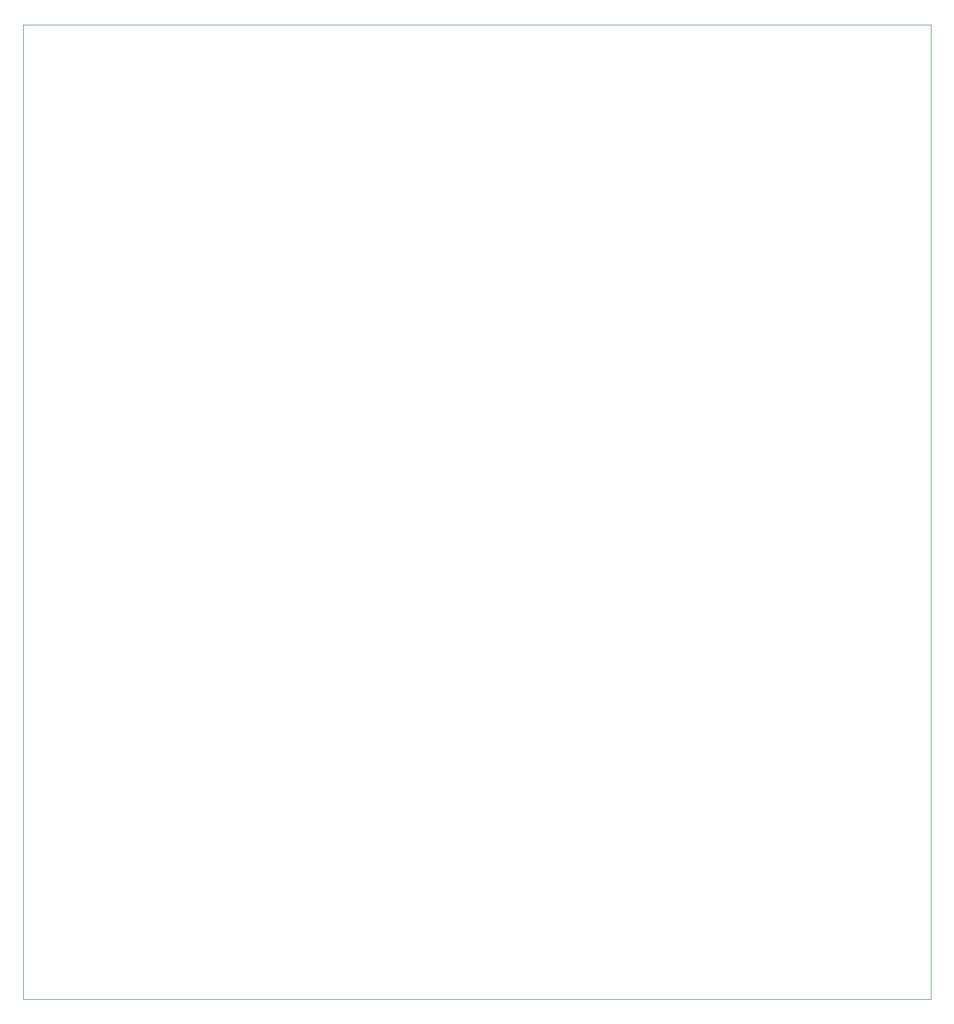
<source format=gtp>
%TF.GenerationSoftware,KiCad,Pcbnew,5.1.6-c6e7f7d~87~ubuntu16.04.1*%
%TF.CreationDate,2020-11-27T02:48:22-05:00*%
%TF.ProjectId,riscyalu,72697363-7961-46c7-952e-6b696361645f,rev?*%
%TF.SameCoordinates,Original*%
%TF.FileFunction,Paste,Top*%
%TF.FilePolarity,Positive*%
%FSLAX46Y46*%
G04 Gerber Fmt 4.6, Leading zero omitted, Abs format (unit mm)*
G04 Created by KiCad (PCBNEW 5.1.6-c6e7f7d~87~ubuntu16.04.1) date 2020-11-27 02:48:22*
%MOMM*%
%LPD*%
G01*
G04 APERTURE LIST*
%TA.AperFunction,Profile*%
%ADD10C,0.100000*%
%TD*%
G04 APERTURE END LIST*
D10*
X149860000Y-10160000D02*
X149860000Y-160020000D01*
X10160000Y-10160000D02*
X149860000Y-10160000D01*
X10160000Y-160020000D02*
X10160000Y-10160000D01*
X149860000Y-160020000D02*
X10160000Y-160020000D01*
M02*

</source>
